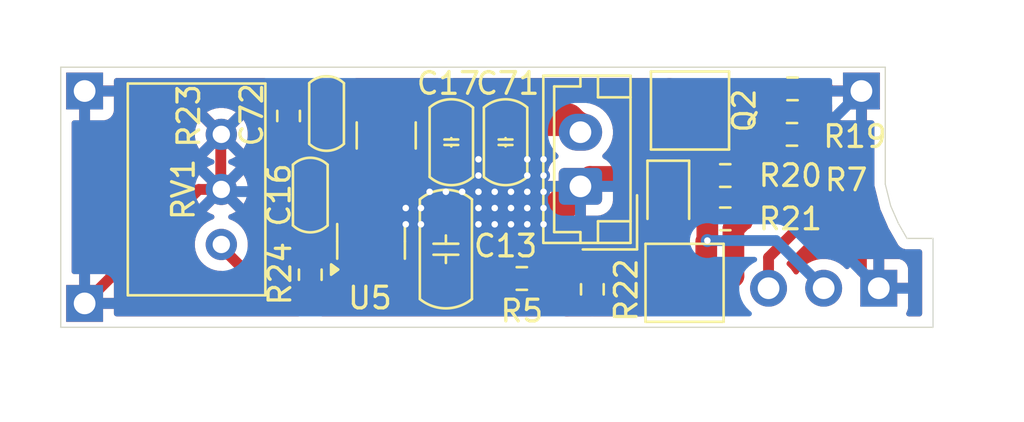
<source format=kicad_pcb>
(kicad_pcb (version 20241229) (generator "pcbnew") (generator_version "9.0")
  (layers (0 "F.Cu" signal) (2 "B.Cu" signal) (13 "F.Paste" user) (15 "B.Paste" user) (5 "F.SilkS" user "F.Silkscreen") (7 "B.SilkS" user "B.Silkscreen") (1 "F.Mask" user) (3 "B.Mask" user) (25 "Edge.Cuts" user))
  (net 0 "")
  (net 1 "/Light_In")
  (net 2 "GND")
  (net 3 "Net-(U5-BST)")
  (net 4 "/Light_cool")
  (net 5 "/Light+")
  (net 6 "Net-(U5-FB)")
  (net 7 "Net-(I2C3-A)")
  (net 8 "Net-(Q2-G)")
  (net 9 "Net-(Q2-D)")
  (net 10 "Net-(Q_PWR1-D)")
  (net 11 "Net-(Q_PWR1-G)")
  (net 12 "VBAT")
  (net 13 "LED_ENABLE")
  (net 14 "Net-(R24-Pad2)")
  (footprint "Connector_JST:JST_EH_B2B-EH-A_1x02_P2.50mm_Vertical" (layer "F.Cu") (at 114.95 25 90)
    (property "Reference" "LIGHT1" (hide yes))
    (property "Value" "Conn_01x02")
    (fp_line (start 5.11 -1.71) (end -2.61 -1.71) (stroke (width 0.12)) (layer "F.SilkS"))
    (fp_line (start -2.61 -1.71) (end -2.61 2.31) (stroke (width 0.12)) (layer "F.SilkS"))
    (fp_line (start 4.61 -1.21) (end 4.61 0) (stroke (width 0.12)) (layer "F.SilkS"))
    (fp_line (start -2.11 -1.21) (end 4.61 -1.21) (stroke (width 0.12)) (layer "F.SilkS"))
    (fp_line (start 4.61 0) (end 5.11 0) (stroke (width 0.12)) (layer "F.SilkS"))
    (fp_line (start -2.11 0) (end -2.11 -1.21) (stroke (width 0.12)) (layer "F.SilkS"))
    (fp_line (start -2.61 0) (end -2.11 0) (stroke (width 0.12)) (layer "F.SilkS"))
    (fp_line (start -2.91 0.11) (end -2.91 2.61) (stroke (width 0.12)) (layer "F.SilkS"))
    (fp_line (start 5.11 0.81) (end 4.11 0.81) (stroke (width 0.12)) (layer "F.SilkS"))
    (fp_line (start 4.11 0.81) (end 4.11 2.31) (stroke (width 0.12)) (layer "F.SilkS"))
    (fp_line (start -1.61 0.81) (end -1.61 2.31) (stroke (width 0.12)) (layer "F.SilkS"))
    (fp_line (start -2.61 0.81) (end -1.61 0.81) (stroke (width 0.12)) (layer "F.SilkS"))
    (fp_line (start 5.11 2.31) (end 5.11 -1.71) (stroke (width 0.12)) (layer "F.SilkS"))
    (fp_line (start -2.61 2.31) (end 5.11 2.31) (stroke (width 0.12)) (layer "F.SilkS"))
    (fp_line (start -2.91 2.61) (end -0.41 2.61) (stroke (width 0.12)) (layer "F.SilkS"))
    (pad "1" thru_hole roundrect (at 0 0 90) (size 1.7 2) (drill 1) (layers "*.Cu" "*.Mask") (roundrect_rratio 0.147059) (net 2 "GND"))
    (pad "2" thru_hole oval (at 2.5 0 90) (size 1.7 2) (drill 1) (layers "*.Cu" "*.Mask") (net 5 "/Light+"))
  )
  (footprint "Resistor_SMD:R_0603_1608Metric" (layer "F.Cu") (at 101.5 21.75 -90)
    (property "Reference" "R23" (at 0 4.6 90) (layer "F.SilkS"))
    (property "Value" "10k")
    (fp_line (start 0.237258 0.5225) (end -0.237258 0.5225) (stroke (width 0.12)) (layer "F.SilkS"))
    (fp_line (start 0.237258 -0.5225) (end -0.237258 -0.5225) (stroke (width 0.12)) (layer "F.SilkS"))
    (pad "1" smd roundrect (at -0.825 0 270) (size 0.8 0.95) (layers "F.Cu" "F.Mask" "F.Paste") (net 5 "/Light+"))
    (pad "2" smd roundrect (at 0.825 0 270) (size 0.8 0.95) (layers "F.Cu" "F.Mask" "F.Paste") (net 6 "Net-(U5-FB)"))
  )
  (footprint "Resistor_SMD:R_0603_1608Metric" (layer "F.Cu") (at 121.625 24.5 180)
    (property "Reference" "R20" (at -3 0 0) (layer "F.SilkS"))
    (property "Value" "1k")
    (fp_line (start 0.237258 0.5225) (end -0.237258 0.5225) (stroke (width 0.12)) (layer "F.SilkS"))
    (fp_line (start 0.237258 -0.5225) (end -0.237258 -0.5225) (stroke (width 0.12)) (layer "F.SilkS"))
    (pad "1" smd roundrect (at -0.825 0 180) (size 0.8 0.95) (layers "F.Cu" "F.Mask" "F.Paste") (net 11 "Net-(Q_PWR1-G)"))
    (pad "2" smd roundrect (at 0.825 0 180) (size 0.8 0.95) (layers "F.Cu" "F.Mask" "F.Paste") (net 9 "Net-(Q2-D)"))
  )
  (footprint "Package_TO_SOT_SMD:TSOT-23-6" (layer "F.Cu") (at 105.3 27.5375 90)
    (property "Reference" "U5" (at -2.6125 -0.05 0) (layer "F.SilkS"))
    (property "Value" "AP63200")
    (fp_line (start 0.8 -1.56) (end 0 -1.56) (stroke (width 0.12)) (layer "F.SilkS"))
    (fp_line (start -0.8 -1.56) (end 0 -1.56) (stroke (width 0.12)) (layer "F.SilkS"))
    (fp_line (start 0.8 1.56) (end 0 1.56) (stroke (width 0.12)) (layer "F.SilkS"))
    (fp_line (start -0.8 1.56) (end 0 1.56) (stroke (width 0.12)) (layer "F.SilkS"))
    (fp_poly (pts (xy -1.3 -1.51) (xy -1.54 -1.84) (xy -1.06 -1.84) (xy -1.3 -1.51)) (stroke (width 0.12)) (fill yes) (layer "F.SilkS"))
    (pad "1" smd roundrect (at -1.1375 -0.95 90) (size 1.325 0.6) (layers "F.Cu" "F.Mask" "F.Paste") (net 6 "Net-(U5-FB)"))
    (pad "2" smd roundrect (at -1.1375 0 90) (size 1.325 0.6) (layers "F.Cu" "F.Mask" "F.Paste") (net 1 "/Light_In"))
    (pad "3" smd roundrect (at -1.1375 0.95 90) (size 1.325 0.6) (layers "F.Cu" "F.Mask" "F.Paste") (net 1 "/Light_In"))
    (pad "4" smd roundrect (at 1.1375 0.95 90) (size 1.325 0.6) (layers "F.Cu" "F.Mask" "F.Paste") (net 2 "GND"))
    (pad "5" smd roundrect (at 1.1375 0 90) (size 1.325 0.6) (layers "F.Cu" "F.Mask" "F.Paste") (net 4 "/Light_cool"))
    (pad "6" smd roundrect (at 1.1375 -0.95 90) (size 1.325 0.6) (layers "F.Cu" "F.Mask" "F.Paste") (net 3 "Net-(U5-BST)"))
  )
  (footprint "Potentiometer_THT:Potentiometer_Bourns_3299W_Vertical" (layer "F.Cu") (at 98.4 27.68 -90)
    (property "Reference" "RV1" (at -2.54 1.75 90) (layer "F.SilkS"))
    (property "Value" "50k")
    (fp_line (start -7.425 4.31) (end 2.345 4.31) (stroke (width 0.12)) (layer "F.SilkS"))
    (fp_line (start -7.425 -2.03) (end -7.425 4.31) (stroke (width 0.12)) (layer "F.SilkS"))
    (fp_line (start -7.425 -2.03) (end 2.345 -2.03) (stroke (width 0.12)) (layer "F.SilkS"))
    (fp_line (start 2.345 -2.03) (end 2.345 4.31) (stroke (width 0.12)) (layer "F.SilkS"))
    (pad "1" thru_hole circle (at 0 0 270) (size 1.44 1.44) (drill 0.8) (layers "*.Cu" "*.Mask") (net 14 "Net-(R24-Pad2)"))
    (pad "2" thru_hole circle (at -2.54 0 270) (size 1.44 1.44) (drill 0.8) (layers "*.Cu" "*.Mask") (net 2 "GND"))
    (pad "3" thru_hole circle (at -5.08 0 270) (size 1.44 1.44) (drill 0.8) (layers "*.Cu" "*.Mask") (net 2 "GND"))
  )
  (footprint "Resistor_SMD:R_0603_1608Metric" (layer "F.Cu") (at 121.625 26.5 180)
    (property "Reference" "R21" (at -3 0 0) (layer "F.SilkS"))
    (property "Value" "10k")
    (fp_line (start 0.237258 0.5225) (end -0.237258 0.5225) (stroke (width 0.12)) (layer "F.SilkS"))
    (fp_line (start 0.237258 -0.5225) (end -0.237258 -0.5225) (stroke (width 0.12)) (layer "F.SilkS"))
    (pad "1" smd roundrect (at -0.825 0 180) (size 0.8 0.95) (layers "F.Cu" "F.Mask" "F.Paste") (net 11 "Net-(Q_PWR1-G)"))
    (pad "2" smd roundrect (at 0.825 0 180) (size 0.8 0.95) (layers "F.Cu" "F.Mask" "F.Paste") (net 12 "VBAT"))
  )
  (footprint "Resistor_SMD:R_0603_1608Metric" (layer "F.Cu") (at 102.5 29.075 -90)
    (property "Reference" "R24" (at -0.05 1.4 90) (layer "F.SilkS"))
    (property "Value" "1k")
    (fp_line (start 0.237258 0.5225) (end -0.237258 0.5225) (stroke (width 0.12)) (layer "F.SilkS"))
    (fp_line (start 0.237258 -0.5225) (end -0.237258 -0.5225) (stroke (width 0.12)) (layer "F.SilkS"))
    (pad "1" smd roundrect (at -0.825 0 270) (size 0.8 0.95) (layers "F.Cu" "F.Mask" "F.Paste") (net 6 "Net-(U5-FB)"))
    (pad "2" smd roundrect (at 0.825 0 270) (size 0.8 0.95) (layers "F.Cu" "F.Mask" "F.Paste") (net 14 "Net-(R24-Pad2)"))
  )
  (footprint "PCM_Capacitor_SMD_Handsoldering_AKL:C_0603_1608Metric_Pad1.08x0.95mm" (layer "F.Cu") (at 102.5 25.4 90)
    (property "Reference" "C16" (at 0 -1.43 90) (layer "F.SilkS"))
    (property "Value" "100nf" (hide yes))
    (fp_line (start -1.4 -0.8) (end 1.4 -0.799999) (stroke (width 0.12)) (layer "F.SilkS"))
    (fp_line (start 1.4 0.800001) (end -1.4 0.800002) (stroke (width 0.12)) (layer "F.SilkS"))
    (fp_arc (start 1.4 -0.800001) (mid 1.719939 0) (end 1.4 0.800001) (stroke (width 0.12)) (layer "F.SilkS"))
    (fp_arc (start -1.4 0.800002) (mid -1.719939 0.000001) (end -1.4 -0.8) (stroke (width 0.12)) (layer "F.SilkS"))
    (pad "1" smd roundrect (at -0.8625 0 90) (size 1.075 0.95) (layers "F.Cu" "F.Mask" "F.Paste") (net 3 "Net-(U5-BST)"))
    (pad "2" smd roundrect (at 0.8625 0 90) (size 1.075 0.95) (layers "F.Cu" "F.Mask" "F.Paste") (net 4 "/Light_cool"))
  )
  (footprint "Resistor_SMD:R_0603_1608Metric" (layer "F.Cu") (at 124.7 22.6)
    (property "Reference" "R7" (at 2.5 2.1 0) (layer "F.SilkS"))
    (property "Value" "1k")
    (fp_line (start 0.237258 -0.5225) (end -0.237258 -0.5225) (stroke (width 0.12)) (layer "F.SilkS"))
    (fp_line (start 0.237258 0.5225) (end -0.237258 0.5225) (stroke (width 0.12)) (layer "F.SilkS"))
    (pad "1" smd roundrect (at -0.825 0) (size 0.8 0.95) (layers "F.Cu" "F.Mask" "F.Paste") (net 8 "Net-(Q2-G)"))
    (pad "2" smd roundrect (at 0.825 0) (size 0.8 0.95) (layers "F.Cu" "F.Mask" "F.Paste") (net 13 "LED_ENABLE"))
  )
  (footprint "PCM_Package_TO_SOT_SMD_AKL:SOT-23" (layer "F.Cu") (at 120 21.5 -90)
    (property "Reference" "Q2" (at 0 -2.5 90) (layer "F.SilkS"))
    (property "Value" "N-channel 30V 5A" (hide yes))
    (fp_line (start -1.8 1.8) (end -1.8 -1.8) (stroke (width 0.12)) (layer "F.SilkS"))
    (fp_line (start 1.8 1.8) (end -1.8 1.8) (stroke (width 0.12)) (layer "F.SilkS"))
    (fp_line (start -1.8 -1.8) (end 1.8 -1.8) (stroke (width 0.12)) (layer "F.SilkS"))
    (fp_line (start 1.8 -1.8) (end 1.8 1.8) (stroke (width 0.12)) (layer "F.SilkS"))
    (pad "1" smd roundrect (at -1 -0.95 270) (size 0.9 0.8) (layers "F.Cu" "F.Mask" "F.Paste") (net 8 "Net-(Q2-G)"))
    (pad "2" smd roundrect (at -1 0.95 270) (size 0.9 0.8) (layers "F.Cu" "F.Mask" "F.Paste") (net 2 "GND"))
    (pad "3" smd roundrect (at 1 0 270) (size 0.9 0.8) (layers "F.Cu" "F.Mask" "F.Paste") (net 9 "Net-(Q2-D)"))
  )
  (footprint "Resistor_SMD:R_0603_1608Metric" (layer "F.Cu") (at 112.25 29.25 180)
    (property "Reference" "R5" (at 0 -1.5 0) (layer "F.SilkS"))
    (property "Value" "2.2Ohm (90mW loss)")
    (fp_line (start 0.237258 0.5225) (end -0.237258 0.5225) (stroke (width 0.12)) (layer "F.SilkS"))
    (fp_line (start 0.237258 -0.5225) (end -0.237258 -0.5225) (stroke (width 0.12)) (layer "F.SilkS"))
    (pad "1" smd roundrect (at -0.825 0 180) (size 0.8 0.95) (layers "F.Cu" "F.Mask" "F.Paste") (net 10 "Net-(Q_PWR1-D)"))
    (pad "2" smd roundrect (at 0.825 0 180) (size 0.8 0.95) (layers "F.Cu" "F.Mask" "F.Paste") (net 1 "/Light_In"))
  )
  (footprint "PCM_Capacitor_SMD_Handsoldering_AKL:C_0805_2012Metric_Pad1.18x1.45mm" (layer "F.Cu") (at 111.5 22.9625 -90)
    (property "Reference" "C71" (at -2.7125 -0.1 0) (layer "F.SilkS"))
    (property "Value" "22uF" (hide yes))
    (fp_line (start 1.6 1) (end -1.6 1) (stroke (width 0.12)) (layer "F.SilkS"))
    (fp_line (start -0.127 0.3175) (end -0.127 -0.3175) (stroke (width 0.12)) (layer "F.SilkS"))
    (fp_line (start -0.1905 0) (end -0.127 0) (stroke (width 0.12)) (layer "F.SilkS"))
    (fp_line (start 0.1905 0) (end 0.127 0) (stroke (width 0.12)) (layer "F.SilkS"))
    (fp_line (start 0.127 -0.3175) (end 0.127 0.3175) (stroke (width 0.12)) (layer "F.SilkS"))
    (fp_line (start -1.6 -1) (end 1.6 -1) (stroke (width 0.12)) (layer "F.SilkS"))
    (fp_arc (start -1.6 1) (mid -1.980894 0) (end -1.6 -1) (stroke (width 0.12)) (layer "F.SilkS"))
    (fp_arc (start 1.6 -1) (mid 1.980894 0) (end 1.6 1) (stroke (width 0.12)) (layer "F.SilkS"))
    (pad "1" smd roundrect (at -1.0375 0 270) (size 1.175 1.45) (layers "F.Cu" "F.Mask" "F.Paste") (roundrect_rratio 0.212766) (net 5 "/Light+"))
    (pad "2" smd roundrect (at 1.0375 0 270) (size 1.175 1.45) (layers "F.Cu" "F.Mask" "F.Paste") (roundrect_rratio 0.212766) (net 2 "GND"))
  )
  (footprint "Resistor_SMD:R_0603_1608Metric" (layer "F.Cu") (at 115.5 29.75 90)
    (property "Reference" "R22" (at -0.04 1.56 90) (layer "F.SilkS"))
    (property "Value" "5k")
    (fp_line (start 0.237258 -0.5225) (end -0.237258 -0.5225) (stroke (width 0.12)) (layer "F.SilkS"))
    (fp_line (start 0.237258 0.5225) (end -0.237258 0.5225) (stroke (width 0.12)) (layer "F.SilkS"))
    (pad "1" smd roundrect (at -0.825 0 90) (size 0.8 0.95) (layers "F.Cu" "F.Mask" "F.Paste") (net 10 "Net-(Q_PWR1-D)"))
    (pad "2" smd roundrect (at 0.825 0 90) (size 0.8 0.95) (layers "F.Cu" "F.Mask" "F.Paste") (net 7 "Net-(I2C3-A)"))
  )
  (footprint "PCM_Capacitor_SMD_Handsoldering_AKL:C_0603_1608Metric_Pad1.08x0.95mm" (layer "F.Cu") (at 103.25 21.6375 -90)
    (property "Reference" "C72" (at 0.0625 3.45 90) (layer "F.SilkS"))
    (property "Value" "100pf" (hide yes))
    (fp_line (start 1.4 0.800001) (end -1.4 0.800002) (stroke (width 0.12)) (layer "F.SilkS"))
    (fp_line (start -1.4 -0.8) (end 1.4 -0.799999) (stroke (width 0.12)) (layer "F.SilkS"))
    (fp_arc (start -1.4 0.800002) (mid -1.719939 0.000001) (end -1.4 -0.8) (stroke (width 0.12)) (layer "F.SilkS"))
    (fp_arc (start 1.4 -0.800001) (mid 1.719939 0) (end 1.4 0.800001) (stroke (width 0.12)) (layer "F.SilkS"))
    (pad "1" smd roundrect (at -0.8625 0 270) (size 1.075 0.95) (layers "F.Cu" "F.Mask" "F.Paste") (net 5 "/Light+"))
    (pad "2" smd roundrect (at 0.8625 0 270) (size 1.075 0.95) (layers "F.Cu" "F.Mask" "F.Paste") (net 6 "Net-(U5-FB)"))
  )
  (footprint "PCM_Package_TO_SOT_SMD_AKL:SOT-23" (layer "F.Cu") (at 119.75 29.45 180)
    (property "Reference" "Q_PWR1" (hide yes))
    (property "Value" "P-channel 50v 4A" (hide yes))
    (fp_line (start 1.8 1.8) (end -1.8 1.8) (stroke (width 0.12)) (layer "F.SilkS"))
    (fp_line (start 1.8 -1.8) (end 1.8 1.8) (stroke (width 0.12)) (layer "F.SilkS"))
    (fp_line (start -1.8 1.8) (end -1.8 -1.8) (stroke (width 0.12)) (layer "F.SilkS"))
    (fp_line (start -1.8 -1.8) (end 1.8 -1.8) (stroke (width 0.12)) (layer "F.SilkS"))
    (pad "1" smd roundrect (at -1 -0.95 180) (size 0.9 0.8) (layers "F.Cu" "F.Mask" "F.Paste") (net 11 "Net-(Q_PWR1-G)"))
    (pad "2" smd roundrect (at -1 0.95 180) (size 0.9 0.8) (layers "F.Cu" "F.Mask" "F.Paste") (net 12 "VBAT"))
    (pad "3" smd roundrect (at 1 0 180) (size 0.9 0.8) (layers "F.Cu" "F.Mask" "F.Paste") (net 10 "Net-(Q_PWR1-D)"))
  )
  (footprint "PCM_Capacitor_SMD_Handsoldering_AKL:C_1206_3216Metric_Pad1.33x1.80mm" (layer "F.Cu") (at 108.75 27.9 90)
    (property "Reference" "C13" (at 0.15 2.75 0) (layer "F.SilkS"))
    (property "Value" "10uF" (hide yes))
    (fp_line (start -2.3 -1.2) (end 2.3 -1.2) (stroke (width 0.12)) (layer "F.SilkS"))
    (fp_line (start 0.635 0) (end 0.254 0) (stroke (width 0.12)) (layer "F.SilkS"))
    (fp_line (start -0.635 0) (end -0.254 0) (stroke (width 0.12)) (layer "F.SilkS"))
    (fp_line (start 0.254 0.5715) (end 0.254 -0.5715) (stroke (width 0.12)) (layer "F.SilkS"))
    (fp_line (start -0.254 0.5715) (end -0.254 -0.5715) (stroke (width 0.12)) (layer "F.SilkS"))
    (fp_line (start 2.3 1.2) (end -2.3 1.2) (stroke (width 0.12)) (layer "F.SilkS"))
    (fp_arc (start 2.3 -1.2) (mid 2.741962 0) (end 2.3 1.2) (stroke (width 0.12)) (layer "F.SilkS"))
    (fp_arc (start -2.3 1.2) (mid -2.726625 0) (end -2.3 -1.2) (stroke (width 0.12)) (layer "F.SilkS"))
    (pad "1" smd roundrect (at -1.5625 0 90) (size 1.325 1.8) (layers "F.Cu" "F.Mask" "F.Paste") (roundrect_rratio 0.188679) (net 1 "/Light_In"))
    (pad "2" smd roundrect (at 1.5625 0 90) (size 1.325 1.8) (layers "F.Cu" "F.Mask" "F.Paste") (roundrect_rratio 0.188679) (net 2 "GND"))
  )
  (footprint "Inductor_SMD:L_1210_3225Metric" (layer "F.Cu") (at 106 22.65 90)
    (property "Reference" "L2" (hide yes))
    (property "Value" "4.7uH")
    (fp_line (start 0.602064 -1.36) (end -0.602064 -1.36) (stroke (width 0.12)) (layer "F.SilkS"))
    (fp_line (start 0.602064 1.36) (end -0.602064 1.36) (stroke (width 0.12)) (layer "F.SilkS"))
    (pad "1" smd roundrect (at -1.4 0 90) (size 1.25 2.65) (layers "F.Cu" "F.Mask" "F.Paste") (roundrect_rratio 0.2) (net 4 "/Light_cool"))
    (pad "2" smd roundrect (at 1.4 0 90) (size 1.25 2.65) (layers "F.Cu" "F.Mask" "F.Paste") (roundrect_rratio 0.2) (net 5 "/Light+"))
  )
  (footprint "PCM_Capacitor_SMD_Handsoldering_AKL:C_0805_2012Metric_Pad1.18x1.45mm" (layer "F.Cu") (at 109 22.9625 -90)
    (property "Reference" "C17" (at -2.7125 0.135 0) (layer "F.SilkS"))
    (property "Value" "22uF" (hide yes))
    (fp_line (start 1.6 1) (end -1.6 1) (stroke (width 0.12)) (layer "F.SilkS"))
    (fp_line (start -0.127 0.3175) (end -0.127 -0.3175) (stroke (width 0.12)) (layer "F.SilkS"))
    (fp_line (start -0.1905 0) (end -0.127 0) (stroke (width 0.12)) (layer "F.SilkS"))
    (fp_line (start 0.1905 0) (end 0.127 0) (stroke (width 0.12)) (layer "F.SilkS"))
    (fp_line (start 0.127 -0.3175) (end 0.127 0.3175) (stroke (width 0.12)) (layer "F.SilkS"))
    (fp_line (start -1.6 -1) (end 1.6 -1) (stroke (width 0.12)) (layer "F.SilkS"))
    (fp_arc (start -1.6 1) (mid -1.980894 0) (end -1.6 -1) (stroke (width 0.12)) (layer "F.SilkS"))
    (fp_arc (start 1.6 -1) (mid 1.980894 0) (end 1.6 1) (stroke (width 0.12)) (layer "F.SilkS"))
    (pad "1" smd roundrect (at -1.0375 0 270) (size 1.175 1.45) (layers "F.Cu" "F.Mask" "F.Paste") (roundrect_rratio 0.212766) (net 5 "/Light+"))
    (pad "2" smd roundrect (at 1.0375 0 270) (size 1.175 1.45) (layers "F.Cu" "F.Mask" "F.Paste") (roundrect_rratio 0.212766) (net 2 "GND"))
  )
  (footprint "Modules:LightPower" (layer "F.Cu") (at 110.1 25.4)
    (property "Reference" "U1" (hide yes))
    (property "Value" "~")
    (fp_line (start -19.1 -5.9) (end 18.9 -5.9) (stroke (width 0.05)) (layer "F.SilkS"))
    (fp_line (start -19.1 6.1) (end -19.1 -5.9) (stroke (width 0.05)) (layer "F.SilkS"))
    (fp_line (start 18.9 -5.9) (end 18.9 -0.5) (stroke (width 0.05)) (layer "F.SilkS"))
    (fp_line (start 18.9 -0.5) (end 19.15 0.5) (stroke (width 0.05)) (layer "F.SilkS"))
    (fp_line (start 19.15 0.5) (end 19.5 1.3) (stroke (width 0.05)) (layer "F.SilkS"))
    (fp_line (start 19.5 1.3) (end 19.9 2) (stroke (width 0.05)) (layer "F.SilkS"))
    (fp_line (start 19.9 2) (end 21.1 2) (stroke (width 0.05)) (layer "F.SilkS"))
    (fp_line (start 21.1 6.1) (end -19.1 6.1) (stroke (width 0.05)) (layer "F.SilkS"))
    (fp_line (start 21.1 6.1) (end 21.1 2) (stroke (width 0.05)) (layer "F.SilkS"))
    (pad "1" thru_hole circle (at 13.52 4.3 270) (size 1.7 1.7) (drill 1) (layers "*.Cu" "*.Mask") (net 13 "LED_ENABLE"))
    (pad "2" thru_hole circle (at 16.06 4.3 270) (size 1.7 1.7) (drill 1) (layers "*.Cu" "*.Mask") (net 12 "VBAT"))
    (pad "3" thru_hole rect (at 18.6 4.3 270) (size 1.7 1.7) (drill 1) (layers "*.Cu" "*.Mask") (net 2 "GND"))
    (pad "4" thru_hole rect (at 17.8 -4.8) (size 1.7 1.7) (drill 1) (layers "*.Cu" "*.Mask") (net 2 "GND"))
    (pad "5" thru_hole rect (at -18 -4.8) (size 1.7 1.7) (drill 1) (layers "*.Cu" "*.Mask") (net 2 "GND"))
    (pad "6" thru_hole rect (at -18 5) (size 1.7 1.7) (drill 1) (layers "*.Cu" "*.Mask") (net 2 "GND"))
  )
  (footprint "Resistor_SMD:R_0603_1608Metric" (layer "F.Cu") (at 124.725 20.5)
    (property "Reference" "R19" (at 2.875 2.2 0) (layer "F.SilkS"))
    (property "Value" "10k")
    (fp_line (start 0.237258 -0.5225) (end -0.237258 -0.5225) (stroke (width 0.12)) (layer "F.SilkS"))
    (fp_line (start 0.237258 0.5225) (end -0.237258 0.5225) (stroke (width 0.12)) (layer "F.SilkS"))
    (pad "1" smd roundrect (at -0.825 0) (size 0.8 0.95) (layers "F.Cu" "F.Mask" "F.Paste") (net 8 "Net-(Q2-G)"))
    (pad "2" smd roundrect (at 0.825 0) (size 0.8 0.95) (layers "F.Cu" "F.Mask" "F.Paste") (net 2 "GND"))
  )
  (footprint "LED_SMD:LED_0805_2012Metric" (layer "F.Cu") (at 119 25.5 -90)
    (property "Reference" "I2C3" (hide yes))
    (property "Value" "GREEN")
    (fp_line (start -1.685 0.96) (end 1 0.96) (stroke (width 0.12)) (layer "F.SilkS"))
    (fp_line (start -1.685 -0.96) (end -1.685 0.96) (stroke (width 0.12)) (layer "F.SilkS"))
    (fp_line (start 1 -0.96) (end -1.685 -0.96) (stroke (width 0.12)) (layer "F.SilkS"))
    (pad "1" smd roundrect (at -0.9375 0 270) (size 0.975 1.4) (layers "F.Cu" "F.Mask" "F.Paste") (net 2 "GND"))
    (pad "2" smd roundrect (at 0.9375 0 270) (size 0.975 1.4) (layers "F.Cu" "F.Mask" "F.Paste") (net 7 "Net-(I2C3-A)"))
  )
  (gr_line (start 91 31.5) (end 91 19.5) (stroke (width 0.05)) (layer "Edge.Cuts"))
  (gr_line (start 129.25 25.9) (end 129.6 26.7) (stroke (width 0.05)) (layer "Edge.Cuts"))
  (gr_line (start 129.6 26.7) (end 130 27.4) (stroke (width 0.05)) (layer "Edge.Cuts"))
  (gr_line (start 130 27.4) (end 131.2 27.4) (stroke (width 0.05)) (layer "Edge.Cuts"))
  (gr_line (start 129 24.9) (end 129.25 25.9) (stroke (width 0.05)) (layer "Edge.Cuts"))
  (gr_line (start 91 19.5) (end 129 19.5) (stroke (width 0.05)) (layer "Edge.Cuts"))
  (gr_line (start 131.2 31.5) (end 91 31.5) (stroke (width 0.05)) (layer "Edge.Cuts"))
  (gr_line (start 131.2 31.5) (end 131.2 27.4) (stroke (width 0.05)) (layer "Edge.Cuts"))
  (gr_line (start 129 19.5) (end 129 24.9) (stroke (width 0.05)) (layer "Edge.Cuts"))
  (segment (start 108.75 29.375) (end 106.95 29.375) (width 1) (layer "F.Cu") (net 1))
  (segment (start 106.95 29.375) (end 106.25 28.675) (width 1) (layer "F.Cu") (net 1))
  (segment (start 106.25 28.675) (end 105.35 28.675) (width 1) (layer "F.Cu") (net 1))
  (segment (start 92.1 20.6) (end 96.4 20.6) (width 0.5) (layer "F.Cu") (net 2))
  (segment (start 128.7 29.7) (end 127.9 28.9) (width 0.5) (layer "F.Cu") (net 2))
  (segment (start 111.5 26.3375) (end 113.6125 26.3375) (width 1.5) (layer "F.Cu") (net 2))
  (segment (start 96.4 20.6) (end 98.4 22.6) (width 0.5) (layer "F.Cu") (net 2))
  (segment (start 106.75 26.425) (end 106.3 26.425) (width 1) (layer "F.Cu") (net 2))
  (segment (start 127.9 20.6) (end 125.65 20.6) (width 0.5) (layer "F.Cu") (net 2))
  (segment (start 119 24.5625) (end 115.3875 24.5625) (width 1) (layer "F.Cu") (net 2))
  (segment (start 107.75 26.425) (end 106.75 26.425) (width 1) (layer "F.Cu") (net 2))
  (segment (start 108.75 26.3375) (end 111.5 26.3375) (width 1.5) (layer "F.Cu") (net 2))
  (segment (start 106.25 26.4) (end 106.725 26.4) (width 0.5) (layer "F.Cu") (net 2))
  (segment (start 127.9 28.9) (end 127.9 20.6) (width 0.5) (layer "F.Cu") (net 2))
  (segment (start 98.375 25.24) (end 98.375 22.7) (width 0.5) (layer "F.Cu") (net 2))
  (segment (start 118.7 24.2625) (end 119 24.5625) (width 1) (layer "F.Cu") (net 2))
  (segment (start 115.3875 24.5625) (end 114.95 25) (width 1) (layer "F.Cu") (net 2))
  (segment (start 97.36 25.14) (end 98.4 25.14) (width 0.5) (layer "F.Cu") (net 2))
  (segment (start 113.6125 26.3375) (end 114.95 25) (width 1.5) (layer "F.Cu") (net 2))
  (segment (start 106.725 26.4) (end 106.75 26.425) (width 0.5) (layer "F.Cu") (net 2))
  (segment (start 125.65 20.6) (end 125.55 20.5) (width 0.5) (layer "F.Cu") (net 2))
  (segment (start 118.7 20.85) (end 118.7 24.2625) (width 1) (layer "F.Cu") (net 2))
  (segment (start 111.5 24) (end 111.5 26.3375) (width 1.5) (layer "F.Cu") (net 2))
  (segment (start 109 24) (end 111.5 24) (width 1.5) (layer "F.Cu") (net 2))
  (segment (start 92.1 30.4) (end 97.36 25.14) (width 0.5) (layer "F.Cu") (net 2))
  (segment (start 119.05 20.5) (end 118.7 20.85) (width 1) (layer "F.Cu") (net 2))
  (via (at 106.9 26) (size 0.6) (drill 0.3) (layers "F.Cu" "B.Cu") (net 2))
  (via (at 107.6 26.75) (size 0.6) (drill 0.3) (layers "F.Cu" "B.Cu") (net 2))
  (via (at 110.25 26) (size 0.6) (drill 0.3) (layers "F.Cu" "B.Cu") (net 2))
  (via (at 112.5 26.75) (size 0.6) (drill 0.3) (layers "F.Cu" "B.Cu") (net 2))
  (via (at 112.5 24.5) (size 0.6) (drill 0.3) (layers "F.Cu" "B.Cu") (net 2))
  (via (at 111 26.75) (size 0.6) (drill 0.3) (layers "F.Cu" "B.Cu") (net 2))
  (via (at 108 25.25) (size 0.6) (drill 0.3) (layers "F.Cu" "B.Cu") (net 2))
  (via (at 113.25 26.75) (size 0.6) (drill 0.3) (layers "F.Cu" "B.Cu") (net 2))
  (via (at 108.75 25.25) (size 0.6) (drill 0.3) (layers "F.Cu" "B.Cu") (net 2))
  (via (at 111.75 26.75) (size 0.6) (drill 0.3) (layers "F.Cu" "B.Cu") (net 2))
  (via (at 111 25.25) (size 0.6) (drill 0.3) (layers "F.Cu" "B.Cu") (net 2))
  (via (at 111.75 26) (size 0.6) (drill 0.3) (layers "F.Cu" "B.Cu") (net 2))
  (via (at 112.5 25.25) (size 0.6) (drill 0.3) (layers "F.Cu" "B.Cu") (net 2))
  (via (at 113.25 25.25) (size 0.6) (drill 0.3) (layers "F.Cu" "B.Cu") (net 2))
  (via (at 112.5 23.75) (size 0.6) (drill 0.3) (layers "F.Cu" "B.Cu") (net 2))
  (via (at 111 26) (size 0.6) (drill 0.3) (layers "F.Cu" "B.Cu") (net 2))
  (via (at 110.25 24.5) (size 0.6) (drill 0.3) (layers "F.Cu" "B.Cu") (net 2))
  (via (at 107.6 26) (size 0.6) (drill 0.3) (layers "F.Cu" "B.Cu") (net 2))
  (via (at 113.25 24.5) (size 0.6) (drill 0.3) (layers "F.Cu" "B.Cu") (net 2))
  (via (at 109.5 25.25) (size 0.6) (drill 0.3) (layers "F.Cu" "B.Cu") (net 2))
  (via (at 110.25 23.75) (size 0.6) (drill 0.3) (layers "F.Cu" "B.Cu") (net 2))
  (via (at 111.75 25.25) (size 0.6) (drill 0.3) (layers "F.Cu" "B.Cu") (net 2))
  (via (at 113.25 23.75) (size 0.6) (drill 0.3) (layers "F.Cu" "B.Cu") (net 2))
  (via (at 110.25 25.25) (size 0.6) (drill 0.3) (layers "F.Cu" "B.Cu") (net 2))
  (via (at 110.25 26.75) (size 0.6) (drill 0.3) (layers "F.Cu" "B.Cu") (net 2))
  (via (at 112.5 26) (size 0.6) (drill 0.3) (layers "F.Cu" "B.Cu") (net 2))
  (via (at 106.9 26.75) (size 0.6) (drill 0.3) (layers "F.Cu" "B.Cu") (net 2))
  (via (at 113.25 26) (size 0.6) (drill 0.3) (layers "F.Cu" "B.Cu") (net 2))
  (segment (start 107.99 25.24) (end 108 25.25) (width 0.5) (layer "B.Cu") (net 2))
  (segment (start 114.95 25) (end 123.5 25) (width 0.5) (layer "B.Cu") (net 2))
  (segment (start 123.5 25) (end 127.9 20.6) (width 0.5) (layer "B.Cu") (net 2))
  (segment (start 124 25) (end 123.5 25) (width 0.5) (layer "B.Cu") (net 2))
  (segment (start 98.375 25.24) (end 107.99 25.24) (width 0.5) (layer "B.Cu") (net 2))
  (segment (start 128.7 29.7) (end 124 25) (width 0.5) (layer "B.Cu") (net 2))
  (segment (start 104.35 26.4) (end 102.725 26.4) (width 0.5) (layer "F.Cu") (net 3))
  (segment (start 102.9875 24.05) (end 102.5 24.5375) (width 1) (layer "F.Cu") (net 4))
  (segment (start 106 24.05) (end 102.9875 24.05) (width 1) (layer "F.Cu") (net 4))
  (segment (start 106 24.05) (end 105.25 24.8) (width 1) (layer "F.Cu") (net 4))
  (segment (start 105.3 25.3) (end 105.3 26.4) (width 0.5) (layer "F.Cu") (net 4))
  (segment (start 105.25 24.8) (end 105.25 25.25) (width 1) (layer "F.Cu") (net 4))
  (segment (start 105.25 25.25) (end 105.3 25.3) (width 0.5) (layer "F.Cu") (net 4))
  (segment (start 105.675 20.925) (end 106 21.25) (width 1.5) (layer "F.Cu") (net 5))
  (segment (start 101.5 20.925) (end 105.675 20.925) (width 1.5) (layer "F.Cu") (net 5))
  (segment (start 114.95 22.5) (end 114.375 21.925) (width 1.5) (layer "F.Cu") (net 5))
  (segment (start 114.375 21.925) (end 109 21.925) (width 1.5) (layer "F.Cu") (net 5))
  (segment (start 108.325 21.25) (end 109 21.925) (width 1.5) (layer "F.Cu") (net 5))
  (segment (start 106 21.25) (end 108.325 21.25) (width 1.5) (layer "F.Cu") (net 5))
  (segment (start 103.25 22.5) (end 101.575 22.5) (width 0.5) (layer "F.Cu") (net 6))
  (segment (start 101.575 22.5) (end 101.5 22.575) (width 0.5) (layer "F.Cu") (net 6))
  (segment (start 101.5 22.575) (end 101.175 22.575) (width 0.5) (layer "F.Cu") (net 6))
  (segment (start 102 28.25) (end 102.5 28.25) (width 0.5) (layer "F.Cu") (net 6))
  (segment (start 101.175 22.575) (end 101 22.75) (width 0.5) (layer "F.Cu") (net 6))
  (segment (start 103.925 28.25) (end 104.35 28.675) (width 0.5) (layer "F.Cu") (net 6))
  (segment (start 102.5 28.25) (end 103.925 28.25) (width 0.5) (layer "F.Cu") (net 6))
  (segment (start 101 27.25) (end 102 28.25) (width 0.5) (layer "F.Cu") (net 6))
  (segment (start 101 22.75) (end 101 27.25) (width 0.5) (layer "F.Cu") (net 6))
  (segment (start 116.5125 28.925) (end 119 26.4375) (width 0.5) (layer "F.Cu") (net 7))
  (segment (start 115.5 28.925) (end 116.5125 28.925) (width 0.5) (layer "F.Cu") (net 7))
  (segment (start 120.95 20.5) (end 123.9 20.5) (width 0.5) (layer "F.Cu") (net 8))
  (segment (start 123.9 22.575) (end 123.875 22.6) (width 0.5) (layer "F.Cu") (net 8))
  (segment (start 123.9 20.5) (end 123.9 22.575) (width 0.5) (layer "F.Cu") (net 8))
  (segment (start 120.8 24.5) (end 120.8 23.3) (width 0.5) (layer "F.Cu") (net 9))
  (segment (start 120.8 23.3) (end 120 22.5) (width 0.5) (layer "F.Cu") (net 9))
  (segment (start 114.324 30.499) (end 115.424 30.499) (width 1) (layer "F.Cu") (net 10))
  (segment (start 117.701 30.499) (end 115.576 30.499) (width 1) (layer "F.Cu") (net 10))
  (segment (start 118.75 29.45) (end 117.701 30.499) (width 1) (layer "F.Cu") (net 10))
  (segment (start 113.075 29.25) (end 114.324 30.499) (width 1) (layer "F.Cu") (net 10))
  (segment (start 122.45 24.5) (end 122.45 26.5) (width 0.5) (layer "F.Cu") (net 11))
  (segment (start 120.75 30.4) (end 122.001 29.149) (width 1) (layer "F.Cu") (net 11))
  (segment (start 122.001 26.949) (end 122.45 26.5) (width 1) (layer "F.Cu") (net 11))
  (segment (start 122.001 29.149) (end 122.001 26.949) (width 1) (layer "F.Cu") (net 11))
  (segment (start 120.8 26.5) (end 120.8 27.5) (width 1) (layer "F.Cu") (net 12))
  (segment (start 120.75 28.5) (end 120.75 27.55) (width 1) (layer "F.Cu") (net 12))
  (segment (start 120.75 27.55) (end 120.8 27.5) (width 1) (layer "F.Cu") (net 12))
  (via (at 120.8 27.5) (size 0.6) (drill 0.3) (layers "F.Cu" "B.Cu") (net 12))
  (segment (start 123.96 27.5) (end 120.8 27.5) (width 0.5) (layer "B.Cu") (net 12))
  (segment (start 126.16 29.7) (end 123.96 27.5) (width 0.5) (layer "B.Cu") (net 12))
  (segment (start 123.62 28.28) (end 125.525 26.375) (width 0.5) (layer "F.Cu") (net 13))
  (segment (start 123.62 29.7) (end 123.62 28.28) (width 0.5) (layer "F.Cu") (net 13))
  (segment (start 125.525 26.375) (end 125.525 22.6) (width 0.5) (layer "F.Cu") (net 13))
  (segment (start 100.495 29.9) (end 98.375 27.78) (width 0.5) (layer "F.Cu") (net 14))
  (segment (start 102.5 29.9) (end 100.495 29.9) (width 0.5) (layer "F.Cu") (net 14))
  (zone (net 1) (net_name "/Light_In") (layer "F.Cu") (priority 1) (connect_pads yes (clearance 0)) (min_thickness 0.25) (fill yes (thermal_gap 0.5) (thermal_bridge_width 0.5))
    (polygon (pts (xy 104.9 30.15) (xy 112.25 30.15) (xy 112.25 27.65) (xy 104.9 27.65)))
  )
  (zone (net 5) (net_name "/Light+") (layer "F.Cu") (priority 1) (connect_pads yes (clearance 0)) (min_thickness 0.25) (fill yes (thermal_gap 0.5) (thermal_bridge_width 0.5))
    (polygon (pts (xy 104.5 21.9) (xy 117.5 21.9) (xy 117.5 19.4) (xy 104.5 19.4)))
  )
  (zone (net 2) (net_name "GND") (layers "F.Cu" "B.Cu") (priority 2) (connect_pads (clearance 0.5)) (min_thickness 0.25) (fill yes (thermal_gap 0.5) (thermal_bridge_width 0.5))
    (polygon (pts (xy 89 16.8) (xy 130.1 16.4) (xy 135.4 29.3) (xy 130.4 35.9) (xy 88.2 34.7)))
  )
)
</source>
